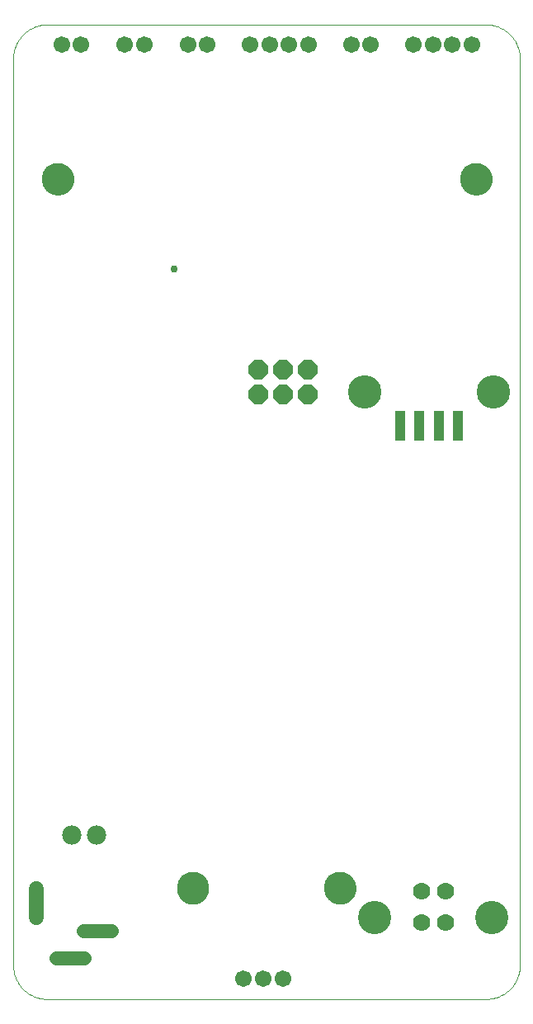
<source format=gbs>
G75*
%MOIN*%
%OFA0B0*%
%FSLAX25Y25*%
%IPPOS*%
%LPD*%
%AMOC8*
5,1,8,0,0,1.08239X$1,22.5*
%
%ADD10C,0.00394*%
%ADD11C,0.00000*%
%ADD12C,0.12998*%
%ADD13C,0.07000*%
%ADD14C,0.13400*%
%ADD15C,0.06699*%
%ADD16C,0.05912*%
%ADD17C,0.05550*%
%ADD18C,0.03000*%
%ADD19OC8,0.07800*%
%ADD20C,0.13500*%
%ADD21R,0.03943X0.12211*%
%ADD22C,0.07800*%
D10*
X0008956Y0012414D02*
X0008781Y0012826D01*
X0008606Y0013238D01*
X0008450Y0013660D01*
X0008181Y0014521D01*
X0008067Y0014961D01*
X0007975Y0015408D01*
X0007882Y0015856D01*
X0007812Y0016311D01*
X0007765Y0016773D01*
X0007718Y0017234D01*
X0007693Y0017703D01*
X0007693Y0384792D01*
X0007718Y0385260D01*
X0007812Y0386183D01*
X0007882Y0386639D01*
X0007975Y0387086D01*
X0008067Y0387533D01*
X0008181Y0387973D01*
X0008316Y0388404D01*
X0008450Y0388835D01*
X0008606Y0389257D01*
X0008781Y0389668D01*
X0008956Y0390080D01*
X0009150Y0390482D01*
X0009363Y0390872D01*
X0009576Y0391263D01*
X0009807Y0391642D01*
X0010055Y0392008D01*
X0010303Y0392375D01*
X0010569Y0392729D01*
X0010850Y0393070D01*
X0011131Y0393411D01*
X0011429Y0393738D01*
X0011741Y0394050D01*
X0012053Y0394362D01*
X0012380Y0394659D01*
X0012721Y0394941D01*
X0013061Y0395222D01*
X0013416Y0395488D01*
X0013782Y0395736D01*
X0014149Y0395984D01*
X0014528Y0396215D01*
X0014919Y0396428D01*
X0015309Y0396641D01*
X0015711Y0396835D01*
X0016122Y0397010D01*
X0016534Y0397185D01*
X0016956Y0397341D01*
X0017387Y0397475D01*
X0017818Y0397610D01*
X0018257Y0397724D01*
X0019152Y0397908D01*
X0019607Y0397979D01*
X0020069Y0398026D01*
X0020531Y0398073D01*
X0020999Y0398098D01*
X0199112Y0398098D01*
X0199580Y0398073D01*
X0200042Y0398026D01*
X0200504Y0397979D01*
X0200959Y0397908D01*
X0201854Y0397724D01*
X0202293Y0397610D01*
X0202724Y0397475D01*
X0203155Y0397341D01*
X0203577Y0397185D01*
X0203989Y0397010D01*
X0204400Y0396835D01*
X0204802Y0396641D01*
X0205192Y0396428D01*
X0205583Y0396215D01*
X0205962Y0395984D01*
X0206695Y0395488D01*
X0207050Y0395222D01*
X0207731Y0394659D01*
X0208058Y0394362D01*
X0208682Y0393738D01*
X0208980Y0393411D01*
X0209261Y0393070D01*
X0209542Y0392729D01*
X0209808Y0392375D01*
X0210056Y0392008D01*
X0210304Y0391642D01*
X0210535Y0391263D01*
X0210748Y0390872D01*
X0210961Y0390482D01*
X0211155Y0390080D01*
X0211330Y0389668D01*
X0211505Y0389257D01*
X0211661Y0388835D01*
X0211796Y0388404D01*
X0211930Y0387973D01*
X0212044Y0387533D01*
X0212136Y0387086D01*
X0212229Y0386639D01*
X0212299Y0386183D01*
X0212393Y0385260D01*
X0212418Y0384792D01*
X0212418Y0017676D01*
X0212418Y0017703D02*
X0212393Y0017234D01*
X0212346Y0016773D01*
X0212299Y0016311D01*
X0212229Y0015856D01*
X0212136Y0015408D01*
X0212044Y0014961D01*
X0211930Y0014521D01*
X0211796Y0014090D01*
X0211661Y0013660D01*
X0211505Y0013238D01*
X0211330Y0012826D01*
X0211155Y0012414D01*
X0210961Y0012013D01*
X0210748Y0011622D01*
X0210535Y0011232D01*
X0210304Y0010853D01*
X0210056Y0010486D01*
X0209808Y0010119D01*
X0209542Y0009765D01*
X0209261Y0009424D01*
X0208980Y0009084D01*
X0208682Y0008757D01*
X0208058Y0008132D01*
X0207731Y0007835D01*
X0207390Y0007554D01*
X0207050Y0007272D01*
X0206695Y0007007D01*
X0206329Y0006758D01*
X0205962Y0006510D01*
X0205583Y0006279D01*
X0205192Y0006066D01*
X0204802Y0005853D01*
X0204400Y0005659D01*
X0203989Y0005484D01*
X0203577Y0005309D01*
X0203155Y0005154D01*
X0202724Y0005019D01*
X0202293Y0004884D01*
X0201854Y0004770D01*
X0200959Y0004586D01*
X0200504Y0004516D01*
X0200042Y0004468D01*
X0199580Y0004421D01*
X0199112Y0004397D01*
X0020999Y0004397D01*
X0020531Y0004421D01*
X0020069Y0004468D01*
X0019607Y0004516D01*
X0019152Y0004586D01*
X0018257Y0004770D01*
X0017818Y0004884D01*
X0017387Y0005019D01*
X0016956Y0005154D01*
X0016534Y0005309D01*
X0016122Y0005484D01*
X0015711Y0005659D01*
X0015309Y0005853D01*
X0014919Y0006066D01*
X0014528Y0006279D01*
X0014149Y0006510D01*
X0013782Y0006758D01*
X0013416Y0007007D01*
X0013061Y0007272D01*
X0012721Y0007554D01*
X0012380Y0007835D01*
X0012053Y0008132D01*
X0011741Y0008445D01*
X0011429Y0008757D01*
X0011131Y0009084D01*
X0010850Y0009424D01*
X0010569Y0009765D01*
X0010303Y0010119D01*
X0010055Y0010486D01*
X0009807Y0010853D01*
X0009576Y0011232D01*
X0009363Y0011622D01*
X0009150Y0012013D01*
X0008956Y0012414D01*
D11*
X0073901Y0049200D02*
X0073903Y0049358D01*
X0073909Y0049516D01*
X0073919Y0049674D01*
X0073933Y0049832D01*
X0073951Y0049989D01*
X0073972Y0050146D01*
X0073998Y0050302D01*
X0074028Y0050458D01*
X0074061Y0050613D01*
X0074099Y0050766D01*
X0074140Y0050919D01*
X0074185Y0051071D01*
X0074234Y0051222D01*
X0074287Y0051371D01*
X0074343Y0051519D01*
X0074403Y0051665D01*
X0074467Y0051810D01*
X0074535Y0051953D01*
X0074606Y0052095D01*
X0074680Y0052235D01*
X0074758Y0052372D01*
X0074840Y0052508D01*
X0074924Y0052642D01*
X0075013Y0052773D01*
X0075104Y0052902D01*
X0075199Y0053029D01*
X0075296Y0053154D01*
X0075397Y0053276D01*
X0075501Y0053395D01*
X0075608Y0053512D01*
X0075718Y0053626D01*
X0075831Y0053737D01*
X0075946Y0053846D01*
X0076064Y0053951D01*
X0076185Y0054053D01*
X0076308Y0054153D01*
X0076434Y0054249D01*
X0076562Y0054342D01*
X0076692Y0054432D01*
X0076825Y0054518D01*
X0076960Y0054602D01*
X0077096Y0054681D01*
X0077235Y0054758D01*
X0077376Y0054830D01*
X0077518Y0054900D01*
X0077662Y0054965D01*
X0077808Y0055027D01*
X0077955Y0055085D01*
X0078104Y0055140D01*
X0078254Y0055191D01*
X0078405Y0055238D01*
X0078557Y0055281D01*
X0078710Y0055320D01*
X0078865Y0055356D01*
X0079020Y0055387D01*
X0079176Y0055415D01*
X0079332Y0055439D01*
X0079489Y0055459D01*
X0079647Y0055475D01*
X0079804Y0055487D01*
X0079963Y0055495D01*
X0080121Y0055499D01*
X0080279Y0055499D01*
X0080437Y0055495D01*
X0080596Y0055487D01*
X0080753Y0055475D01*
X0080911Y0055459D01*
X0081068Y0055439D01*
X0081224Y0055415D01*
X0081380Y0055387D01*
X0081535Y0055356D01*
X0081690Y0055320D01*
X0081843Y0055281D01*
X0081995Y0055238D01*
X0082146Y0055191D01*
X0082296Y0055140D01*
X0082445Y0055085D01*
X0082592Y0055027D01*
X0082738Y0054965D01*
X0082882Y0054900D01*
X0083024Y0054830D01*
X0083165Y0054758D01*
X0083304Y0054681D01*
X0083440Y0054602D01*
X0083575Y0054518D01*
X0083708Y0054432D01*
X0083838Y0054342D01*
X0083966Y0054249D01*
X0084092Y0054153D01*
X0084215Y0054053D01*
X0084336Y0053951D01*
X0084454Y0053846D01*
X0084569Y0053737D01*
X0084682Y0053626D01*
X0084792Y0053512D01*
X0084899Y0053395D01*
X0085003Y0053276D01*
X0085104Y0053154D01*
X0085201Y0053029D01*
X0085296Y0052902D01*
X0085387Y0052773D01*
X0085476Y0052642D01*
X0085560Y0052508D01*
X0085642Y0052372D01*
X0085720Y0052235D01*
X0085794Y0052095D01*
X0085865Y0051953D01*
X0085933Y0051810D01*
X0085997Y0051665D01*
X0086057Y0051519D01*
X0086113Y0051371D01*
X0086166Y0051222D01*
X0086215Y0051071D01*
X0086260Y0050919D01*
X0086301Y0050766D01*
X0086339Y0050613D01*
X0086372Y0050458D01*
X0086402Y0050302D01*
X0086428Y0050146D01*
X0086449Y0049989D01*
X0086467Y0049832D01*
X0086481Y0049674D01*
X0086491Y0049516D01*
X0086497Y0049358D01*
X0086499Y0049200D01*
X0086497Y0049042D01*
X0086491Y0048884D01*
X0086481Y0048726D01*
X0086467Y0048568D01*
X0086449Y0048411D01*
X0086428Y0048254D01*
X0086402Y0048098D01*
X0086372Y0047942D01*
X0086339Y0047787D01*
X0086301Y0047634D01*
X0086260Y0047481D01*
X0086215Y0047329D01*
X0086166Y0047178D01*
X0086113Y0047029D01*
X0086057Y0046881D01*
X0085997Y0046735D01*
X0085933Y0046590D01*
X0085865Y0046447D01*
X0085794Y0046305D01*
X0085720Y0046165D01*
X0085642Y0046028D01*
X0085560Y0045892D01*
X0085476Y0045758D01*
X0085387Y0045627D01*
X0085296Y0045498D01*
X0085201Y0045371D01*
X0085104Y0045246D01*
X0085003Y0045124D01*
X0084899Y0045005D01*
X0084792Y0044888D01*
X0084682Y0044774D01*
X0084569Y0044663D01*
X0084454Y0044554D01*
X0084336Y0044449D01*
X0084215Y0044347D01*
X0084092Y0044247D01*
X0083966Y0044151D01*
X0083838Y0044058D01*
X0083708Y0043968D01*
X0083575Y0043882D01*
X0083440Y0043798D01*
X0083304Y0043719D01*
X0083165Y0043642D01*
X0083024Y0043570D01*
X0082882Y0043500D01*
X0082738Y0043435D01*
X0082592Y0043373D01*
X0082445Y0043315D01*
X0082296Y0043260D01*
X0082146Y0043209D01*
X0081995Y0043162D01*
X0081843Y0043119D01*
X0081690Y0043080D01*
X0081535Y0043044D01*
X0081380Y0043013D01*
X0081224Y0042985D01*
X0081068Y0042961D01*
X0080911Y0042941D01*
X0080753Y0042925D01*
X0080596Y0042913D01*
X0080437Y0042905D01*
X0080279Y0042901D01*
X0080121Y0042901D01*
X0079963Y0042905D01*
X0079804Y0042913D01*
X0079647Y0042925D01*
X0079489Y0042941D01*
X0079332Y0042961D01*
X0079176Y0042985D01*
X0079020Y0043013D01*
X0078865Y0043044D01*
X0078710Y0043080D01*
X0078557Y0043119D01*
X0078405Y0043162D01*
X0078254Y0043209D01*
X0078104Y0043260D01*
X0077955Y0043315D01*
X0077808Y0043373D01*
X0077662Y0043435D01*
X0077518Y0043500D01*
X0077376Y0043570D01*
X0077235Y0043642D01*
X0077096Y0043719D01*
X0076960Y0043798D01*
X0076825Y0043882D01*
X0076692Y0043968D01*
X0076562Y0044058D01*
X0076434Y0044151D01*
X0076308Y0044247D01*
X0076185Y0044347D01*
X0076064Y0044449D01*
X0075946Y0044554D01*
X0075831Y0044663D01*
X0075718Y0044774D01*
X0075608Y0044888D01*
X0075501Y0045005D01*
X0075397Y0045124D01*
X0075296Y0045246D01*
X0075199Y0045371D01*
X0075104Y0045498D01*
X0075013Y0045627D01*
X0074924Y0045758D01*
X0074840Y0045892D01*
X0074758Y0046028D01*
X0074680Y0046165D01*
X0074606Y0046305D01*
X0074535Y0046447D01*
X0074467Y0046590D01*
X0074403Y0046735D01*
X0074343Y0046881D01*
X0074287Y0047029D01*
X0074234Y0047178D01*
X0074185Y0047329D01*
X0074140Y0047481D01*
X0074099Y0047634D01*
X0074061Y0047787D01*
X0074028Y0047942D01*
X0073998Y0048098D01*
X0073972Y0048254D01*
X0073951Y0048411D01*
X0073933Y0048568D01*
X0073919Y0048726D01*
X0073909Y0048884D01*
X0073903Y0049042D01*
X0073901Y0049200D01*
X0133401Y0049200D02*
X0133403Y0049358D01*
X0133409Y0049516D01*
X0133419Y0049674D01*
X0133433Y0049832D01*
X0133451Y0049989D01*
X0133472Y0050146D01*
X0133498Y0050302D01*
X0133528Y0050458D01*
X0133561Y0050613D01*
X0133599Y0050766D01*
X0133640Y0050919D01*
X0133685Y0051071D01*
X0133734Y0051222D01*
X0133787Y0051371D01*
X0133843Y0051519D01*
X0133903Y0051665D01*
X0133967Y0051810D01*
X0134035Y0051953D01*
X0134106Y0052095D01*
X0134180Y0052235D01*
X0134258Y0052372D01*
X0134340Y0052508D01*
X0134424Y0052642D01*
X0134513Y0052773D01*
X0134604Y0052902D01*
X0134699Y0053029D01*
X0134796Y0053154D01*
X0134897Y0053276D01*
X0135001Y0053395D01*
X0135108Y0053512D01*
X0135218Y0053626D01*
X0135331Y0053737D01*
X0135446Y0053846D01*
X0135564Y0053951D01*
X0135685Y0054053D01*
X0135808Y0054153D01*
X0135934Y0054249D01*
X0136062Y0054342D01*
X0136192Y0054432D01*
X0136325Y0054518D01*
X0136460Y0054602D01*
X0136596Y0054681D01*
X0136735Y0054758D01*
X0136876Y0054830D01*
X0137018Y0054900D01*
X0137162Y0054965D01*
X0137308Y0055027D01*
X0137455Y0055085D01*
X0137604Y0055140D01*
X0137754Y0055191D01*
X0137905Y0055238D01*
X0138057Y0055281D01*
X0138210Y0055320D01*
X0138365Y0055356D01*
X0138520Y0055387D01*
X0138676Y0055415D01*
X0138832Y0055439D01*
X0138989Y0055459D01*
X0139147Y0055475D01*
X0139304Y0055487D01*
X0139463Y0055495D01*
X0139621Y0055499D01*
X0139779Y0055499D01*
X0139937Y0055495D01*
X0140096Y0055487D01*
X0140253Y0055475D01*
X0140411Y0055459D01*
X0140568Y0055439D01*
X0140724Y0055415D01*
X0140880Y0055387D01*
X0141035Y0055356D01*
X0141190Y0055320D01*
X0141343Y0055281D01*
X0141495Y0055238D01*
X0141646Y0055191D01*
X0141796Y0055140D01*
X0141945Y0055085D01*
X0142092Y0055027D01*
X0142238Y0054965D01*
X0142382Y0054900D01*
X0142524Y0054830D01*
X0142665Y0054758D01*
X0142804Y0054681D01*
X0142940Y0054602D01*
X0143075Y0054518D01*
X0143208Y0054432D01*
X0143338Y0054342D01*
X0143466Y0054249D01*
X0143592Y0054153D01*
X0143715Y0054053D01*
X0143836Y0053951D01*
X0143954Y0053846D01*
X0144069Y0053737D01*
X0144182Y0053626D01*
X0144292Y0053512D01*
X0144399Y0053395D01*
X0144503Y0053276D01*
X0144604Y0053154D01*
X0144701Y0053029D01*
X0144796Y0052902D01*
X0144887Y0052773D01*
X0144976Y0052642D01*
X0145060Y0052508D01*
X0145142Y0052372D01*
X0145220Y0052235D01*
X0145294Y0052095D01*
X0145365Y0051953D01*
X0145433Y0051810D01*
X0145497Y0051665D01*
X0145557Y0051519D01*
X0145613Y0051371D01*
X0145666Y0051222D01*
X0145715Y0051071D01*
X0145760Y0050919D01*
X0145801Y0050766D01*
X0145839Y0050613D01*
X0145872Y0050458D01*
X0145902Y0050302D01*
X0145928Y0050146D01*
X0145949Y0049989D01*
X0145967Y0049832D01*
X0145981Y0049674D01*
X0145991Y0049516D01*
X0145997Y0049358D01*
X0145999Y0049200D01*
X0145997Y0049042D01*
X0145991Y0048884D01*
X0145981Y0048726D01*
X0145967Y0048568D01*
X0145949Y0048411D01*
X0145928Y0048254D01*
X0145902Y0048098D01*
X0145872Y0047942D01*
X0145839Y0047787D01*
X0145801Y0047634D01*
X0145760Y0047481D01*
X0145715Y0047329D01*
X0145666Y0047178D01*
X0145613Y0047029D01*
X0145557Y0046881D01*
X0145497Y0046735D01*
X0145433Y0046590D01*
X0145365Y0046447D01*
X0145294Y0046305D01*
X0145220Y0046165D01*
X0145142Y0046028D01*
X0145060Y0045892D01*
X0144976Y0045758D01*
X0144887Y0045627D01*
X0144796Y0045498D01*
X0144701Y0045371D01*
X0144604Y0045246D01*
X0144503Y0045124D01*
X0144399Y0045005D01*
X0144292Y0044888D01*
X0144182Y0044774D01*
X0144069Y0044663D01*
X0143954Y0044554D01*
X0143836Y0044449D01*
X0143715Y0044347D01*
X0143592Y0044247D01*
X0143466Y0044151D01*
X0143338Y0044058D01*
X0143208Y0043968D01*
X0143075Y0043882D01*
X0142940Y0043798D01*
X0142804Y0043719D01*
X0142665Y0043642D01*
X0142524Y0043570D01*
X0142382Y0043500D01*
X0142238Y0043435D01*
X0142092Y0043373D01*
X0141945Y0043315D01*
X0141796Y0043260D01*
X0141646Y0043209D01*
X0141495Y0043162D01*
X0141343Y0043119D01*
X0141190Y0043080D01*
X0141035Y0043044D01*
X0140880Y0043013D01*
X0140724Y0042985D01*
X0140568Y0042961D01*
X0140411Y0042941D01*
X0140253Y0042925D01*
X0140096Y0042913D01*
X0139937Y0042905D01*
X0139779Y0042901D01*
X0139621Y0042901D01*
X0139463Y0042905D01*
X0139304Y0042913D01*
X0139147Y0042925D01*
X0138989Y0042941D01*
X0138832Y0042961D01*
X0138676Y0042985D01*
X0138520Y0043013D01*
X0138365Y0043044D01*
X0138210Y0043080D01*
X0138057Y0043119D01*
X0137905Y0043162D01*
X0137754Y0043209D01*
X0137604Y0043260D01*
X0137455Y0043315D01*
X0137308Y0043373D01*
X0137162Y0043435D01*
X0137018Y0043500D01*
X0136876Y0043570D01*
X0136735Y0043642D01*
X0136596Y0043719D01*
X0136460Y0043798D01*
X0136325Y0043882D01*
X0136192Y0043968D01*
X0136062Y0044058D01*
X0135934Y0044151D01*
X0135808Y0044247D01*
X0135685Y0044347D01*
X0135564Y0044449D01*
X0135446Y0044554D01*
X0135331Y0044663D01*
X0135218Y0044774D01*
X0135108Y0044888D01*
X0135001Y0045005D01*
X0134897Y0045124D01*
X0134796Y0045246D01*
X0134699Y0045371D01*
X0134604Y0045498D01*
X0134513Y0045627D01*
X0134424Y0045758D01*
X0134340Y0045892D01*
X0134258Y0046028D01*
X0134180Y0046165D01*
X0134106Y0046305D01*
X0134035Y0046447D01*
X0133967Y0046590D01*
X0133903Y0046735D01*
X0133843Y0046881D01*
X0133787Y0047029D01*
X0133734Y0047178D01*
X0133685Y0047329D01*
X0133640Y0047481D01*
X0133599Y0047634D01*
X0133561Y0047787D01*
X0133528Y0047942D01*
X0133498Y0048098D01*
X0133472Y0048254D01*
X0133451Y0048411D01*
X0133433Y0048568D01*
X0133419Y0048726D01*
X0133409Y0048884D01*
X0133403Y0049042D01*
X0133401Y0049200D01*
X0188401Y0335700D02*
X0188403Y0335858D01*
X0188409Y0336016D01*
X0188419Y0336174D01*
X0188433Y0336332D01*
X0188451Y0336489D01*
X0188472Y0336646D01*
X0188498Y0336802D01*
X0188528Y0336958D01*
X0188561Y0337113D01*
X0188599Y0337266D01*
X0188640Y0337419D01*
X0188685Y0337571D01*
X0188734Y0337722D01*
X0188787Y0337871D01*
X0188843Y0338019D01*
X0188903Y0338165D01*
X0188967Y0338310D01*
X0189035Y0338453D01*
X0189106Y0338595D01*
X0189180Y0338735D01*
X0189258Y0338872D01*
X0189340Y0339008D01*
X0189424Y0339142D01*
X0189513Y0339273D01*
X0189604Y0339402D01*
X0189699Y0339529D01*
X0189796Y0339654D01*
X0189897Y0339776D01*
X0190001Y0339895D01*
X0190108Y0340012D01*
X0190218Y0340126D01*
X0190331Y0340237D01*
X0190446Y0340346D01*
X0190564Y0340451D01*
X0190685Y0340553D01*
X0190808Y0340653D01*
X0190934Y0340749D01*
X0191062Y0340842D01*
X0191192Y0340932D01*
X0191325Y0341018D01*
X0191460Y0341102D01*
X0191596Y0341181D01*
X0191735Y0341258D01*
X0191876Y0341330D01*
X0192018Y0341400D01*
X0192162Y0341465D01*
X0192308Y0341527D01*
X0192455Y0341585D01*
X0192604Y0341640D01*
X0192754Y0341691D01*
X0192905Y0341738D01*
X0193057Y0341781D01*
X0193210Y0341820D01*
X0193365Y0341856D01*
X0193520Y0341887D01*
X0193676Y0341915D01*
X0193832Y0341939D01*
X0193989Y0341959D01*
X0194147Y0341975D01*
X0194304Y0341987D01*
X0194463Y0341995D01*
X0194621Y0341999D01*
X0194779Y0341999D01*
X0194937Y0341995D01*
X0195096Y0341987D01*
X0195253Y0341975D01*
X0195411Y0341959D01*
X0195568Y0341939D01*
X0195724Y0341915D01*
X0195880Y0341887D01*
X0196035Y0341856D01*
X0196190Y0341820D01*
X0196343Y0341781D01*
X0196495Y0341738D01*
X0196646Y0341691D01*
X0196796Y0341640D01*
X0196945Y0341585D01*
X0197092Y0341527D01*
X0197238Y0341465D01*
X0197382Y0341400D01*
X0197524Y0341330D01*
X0197665Y0341258D01*
X0197804Y0341181D01*
X0197940Y0341102D01*
X0198075Y0341018D01*
X0198208Y0340932D01*
X0198338Y0340842D01*
X0198466Y0340749D01*
X0198592Y0340653D01*
X0198715Y0340553D01*
X0198836Y0340451D01*
X0198954Y0340346D01*
X0199069Y0340237D01*
X0199182Y0340126D01*
X0199292Y0340012D01*
X0199399Y0339895D01*
X0199503Y0339776D01*
X0199604Y0339654D01*
X0199701Y0339529D01*
X0199796Y0339402D01*
X0199887Y0339273D01*
X0199976Y0339142D01*
X0200060Y0339008D01*
X0200142Y0338872D01*
X0200220Y0338735D01*
X0200294Y0338595D01*
X0200365Y0338453D01*
X0200433Y0338310D01*
X0200497Y0338165D01*
X0200557Y0338019D01*
X0200613Y0337871D01*
X0200666Y0337722D01*
X0200715Y0337571D01*
X0200760Y0337419D01*
X0200801Y0337266D01*
X0200839Y0337113D01*
X0200872Y0336958D01*
X0200902Y0336802D01*
X0200928Y0336646D01*
X0200949Y0336489D01*
X0200967Y0336332D01*
X0200981Y0336174D01*
X0200991Y0336016D01*
X0200997Y0335858D01*
X0200999Y0335700D01*
X0200997Y0335542D01*
X0200991Y0335384D01*
X0200981Y0335226D01*
X0200967Y0335068D01*
X0200949Y0334911D01*
X0200928Y0334754D01*
X0200902Y0334598D01*
X0200872Y0334442D01*
X0200839Y0334287D01*
X0200801Y0334134D01*
X0200760Y0333981D01*
X0200715Y0333829D01*
X0200666Y0333678D01*
X0200613Y0333529D01*
X0200557Y0333381D01*
X0200497Y0333235D01*
X0200433Y0333090D01*
X0200365Y0332947D01*
X0200294Y0332805D01*
X0200220Y0332665D01*
X0200142Y0332528D01*
X0200060Y0332392D01*
X0199976Y0332258D01*
X0199887Y0332127D01*
X0199796Y0331998D01*
X0199701Y0331871D01*
X0199604Y0331746D01*
X0199503Y0331624D01*
X0199399Y0331505D01*
X0199292Y0331388D01*
X0199182Y0331274D01*
X0199069Y0331163D01*
X0198954Y0331054D01*
X0198836Y0330949D01*
X0198715Y0330847D01*
X0198592Y0330747D01*
X0198466Y0330651D01*
X0198338Y0330558D01*
X0198208Y0330468D01*
X0198075Y0330382D01*
X0197940Y0330298D01*
X0197804Y0330219D01*
X0197665Y0330142D01*
X0197524Y0330070D01*
X0197382Y0330000D01*
X0197238Y0329935D01*
X0197092Y0329873D01*
X0196945Y0329815D01*
X0196796Y0329760D01*
X0196646Y0329709D01*
X0196495Y0329662D01*
X0196343Y0329619D01*
X0196190Y0329580D01*
X0196035Y0329544D01*
X0195880Y0329513D01*
X0195724Y0329485D01*
X0195568Y0329461D01*
X0195411Y0329441D01*
X0195253Y0329425D01*
X0195096Y0329413D01*
X0194937Y0329405D01*
X0194779Y0329401D01*
X0194621Y0329401D01*
X0194463Y0329405D01*
X0194304Y0329413D01*
X0194147Y0329425D01*
X0193989Y0329441D01*
X0193832Y0329461D01*
X0193676Y0329485D01*
X0193520Y0329513D01*
X0193365Y0329544D01*
X0193210Y0329580D01*
X0193057Y0329619D01*
X0192905Y0329662D01*
X0192754Y0329709D01*
X0192604Y0329760D01*
X0192455Y0329815D01*
X0192308Y0329873D01*
X0192162Y0329935D01*
X0192018Y0330000D01*
X0191876Y0330070D01*
X0191735Y0330142D01*
X0191596Y0330219D01*
X0191460Y0330298D01*
X0191325Y0330382D01*
X0191192Y0330468D01*
X0191062Y0330558D01*
X0190934Y0330651D01*
X0190808Y0330747D01*
X0190685Y0330847D01*
X0190564Y0330949D01*
X0190446Y0331054D01*
X0190331Y0331163D01*
X0190218Y0331274D01*
X0190108Y0331388D01*
X0190001Y0331505D01*
X0189897Y0331624D01*
X0189796Y0331746D01*
X0189699Y0331871D01*
X0189604Y0331998D01*
X0189513Y0332127D01*
X0189424Y0332258D01*
X0189340Y0332392D01*
X0189258Y0332528D01*
X0189180Y0332665D01*
X0189106Y0332805D01*
X0189035Y0332947D01*
X0188967Y0333090D01*
X0188903Y0333235D01*
X0188843Y0333381D01*
X0188787Y0333529D01*
X0188734Y0333678D01*
X0188685Y0333829D01*
X0188640Y0333981D01*
X0188599Y0334134D01*
X0188561Y0334287D01*
X0188528Y0334442D01*
X0188498Y0334598D01*
X0188472Y0334754D01*
X0188451Y0334911D01*
X0188433Y0335068D01*
X0188419Y0335226D01*
X0188409Y0335384D01*
X0188403Y0335542D01*
X0188401Y0335700D01*
X0019401Y0335700D02*
X0019403Y0335858D01*
X0019409Y0336016D01*
X0019419Y0336174D01*
X0019433Y0336332D01*
X0019451Y0336489D01*
X0019472Y0336646D01*
X0019498Y0336802D01*
X0019528Y0336958D01*
X0019561Y0337113D01*
X0019599Y0337266D01*
X0019640Y0337419D01*
X0019685Y0337571D01*
X0019734Y0337722D01*
X0019787Y0337871D01*
X0019843Y0338019D01*
X0019903Y0338165D01*
X0019967Y0338310D01*
X0020035Y0338453D01*
X0020106Y0338595D01*
X0020180Y0338735D01*
X0020258Y0338872D01*
X0020340Y0339008D01*
X0020424Y0339142D01*
X0020513Y0339273D01*
X0020604Y0339402D01*
X0020699Y0339529D01*
X0020796Y0339654D01*
X0020897Y0339776D01*
X0021001Y0339895D01*
X0021108Y0340012D01*
X0021218Y0340126D01*
X0021331Y0340237D01*
X0021446Y0340346D01*
X0021564Y0340451D01*
X0021685Y0340553D01*
X0021808Y0340653D01*
X0021934Y0340749D01*
X0022062Y0340842D01*
X0022192Y0340932D01*
X0022325Y0341018D01*
X0022460Y0341102D01*
X0022596Y0341181D01*
X0022735Y0341258D01*
X0022876Y0341330D01*
X0023018Y0341400D01*
X0023162Y0341465D01*
X0023308Y0341527D01*
X0023455Y0341585D01*
X0023604Y0341640D01*
X0023754Y0341691D01*
X0023905Y0341738D01*
X0024057Y0341781D01*
X0024210Y0341820D01*
X0024365Y0341856D01*
X0024520Y0341887D01*
X0024676Y0341915D01*
X0024832Y0341939D01*
X0024989Y0341959D01*
X0025147Y0341975D01*
X0025304Y0341987D01*
X0025463Y0341995D01*
X0025621Y0341999D01*
X0025779Y0341999D01*
X0025937Y0341995D01*
X0026096Y0341987D01*
X0026253Y0341975D01*
X0026411Y0341959D01*
X0026568Y0341939D01*
X0026724Y0341915D01*
X0026880Y0341887D01*
X0027035Y0341856D01*
X0027190Y0341820D01*
X0027343Y0341781D01*
X0027495Y0341738D01*
X0027646Y0341691D01*
X0027796Y0341640D01*
X0027945Y0341585D01*
X0028092Y0341527D01*
X0028238Y0341465D01*
X0028382Y0341400D01*
X0028524Y0341330D01*
X0028665Y0341258D01*
X0028804Y0341181D01*
X0028940Y0341102D01*
X0029075Y0341018D01*
X0029208Y0340932D01*
X0029338Y0340842D01*
X0029466Y0340749D01*
X0029592Y0340653D01*
X0029715Y0340553D01*
X0029836Y0340451D01*
X0029954Y0340346D01*
X0030069Y0340237D01*
X0030182Y0340126D01*
X0030292Y0340012D01*
X0030399Y0339895D01*
X0030503Y0339776D01*
X0030604Y0339654D01*
X0030701Y0339529D01*
X0030796Y0339402D01*
X0030887Y0339273D01*
X0030976Y0339142D01*
X0031060Y0339008D01*
X0031142Y0338872D01*
X0031220Y0338735D01*
X0031294Y0338595D01*
X0031365Y0338453D01*
X0031433Y0338310D01*
X0031497Y0338165D01*
X0031557Y0338019D01*
X0031613Y0337871D01*
X0031666Y0337722D01*
X0031715Y0337571D01*
X0031760Y0337419D01*
X0031801Y0337266D01*
X0031839Y0337113D01*
X0031872Y0336958D01*
X0031902Y0336802D01*
X0031928Y0336646D01*
X0031949Y0336489D01*
X0031967Y0336332D01*
X0031981Y0336174D01*
X0031991Y0336016D01*
X0031997Y0335858D01*
X0031999Y0335700D01*
X0031997Y0335542D01*
X0031991Y0335384D01*
X0031981Y0335226D01*
X0031967Y0335068D01*
X0031949Y0334911D01*
X0031928Y0334754D01*
X0031902Y0334598D01*
X0031872Y0334442D01*
X0031839Y0334287D01*
X0031801Y0334134D01*
X0031760Y0333981D01*
X0031715Y0333829D01*
X0031666Y0333678D01*
X0031613Y0333529D01*
X0031557Y0333381D01*
X0031497Y0333235D01*
X0031433Y0333090D01*
X0031365Y0332947D01*
X0031294Y0332805D01*
X0031220Y0332665D01*
X0031142Y0332528D01*
X0031060Y0332392D01*
X0030976Y0332258D01*
X0030887Y0332127D01*
X0030796Y0331998D01*
X0030701Y0331871D01*
X0030604Y0331746D01*
X0030503Y0331624D01*
X0030399Y0331505D01*
X0030292Y0331388D01*
X0030182Y0331274D01*
X0030069Y0331163D01*
X0029954Y0331054D01*
X0029836Y0330949D01*
X0029715Y0330847D01*
X0029592Y0330747D01*
X0029466Y0330651D01*
X0029338Y0330558D01*
X0029208Y0330468D01*
X0029075Y0330382D01*
X0028940Y0330298D01*
X0028804Y0330219D01*
X0028665Y0330142D01*
X0028524Y0330070D01*
X0028382Y0330000D01*
X0028238Y0329935D01*
X0028092Y0329873D01*
X0027945Y0329815D01*
X0027796Y0329760D01*
X0027646Y0329709D01*
X0027495Y0329662D01*
X0027343Y0329619D01*
X0027190Y0329580D01*
X0027035Y0329544D01*
X0026880Y0329513D01*
X0026724Y0329485D01*
X0026568Y0329461D01*
X0026411Y0329441D01*
X0026253Y0329425D01*
X0026096Y0329413D01*
X0025937Y0329405D01*
X0025779Y0329401D01*
X0025621Y0329401D01*
X0025463Y0329405D01*
X0025304Y0329413D01*
X0025147Y0329425D01*
X0024989Y0329441D01*
X0024832Y0329461D01*
X0024676Y0329485D01*
X0024520Y0329513D01*
X0024365Y0329544D01*
X0024210Y0329580D01*
X0024057Y0329619D01*
X0023905Y0329662D01*
X0023754Y0329709D01*
X0023604Y0329760D01*
X0023455Y0329815D01*
X0023308Y0329873D01*
X0023162Y0329935D01*
X0023018Y0330000D01*
X0022876Y0330070D01*
X0022735Y0330142D01*
X0022596Y0330219D01*
X0022460Y0330298D01*
X0022325Y0330382D01*
X0022192Y0330468D01*
X0022062Y0330558D01*
X0021934Y0330651D01*
X0021808Y0330747D01*
X0021685Y0330847D01*
X0021564Y0330949D01*
X0021446Y0331054D01*
X0021331Y0331163D01*
X0021218Y0331274D01*
X0021108Y0331388D01*
X0021001Y0331505D01*
X0020897Y0331624D01*
X0020796Y0331746D01*
X0020699Y0331871D01*
X0020604Y0331998D01*
X0020513Y0332127D01*
X0020424Y0332258D01*
X0020340Y0332392D01*
X0020258Y0332528D01*
X0020180Y0332665D01*
X0020106Y0332805D01*
X0020035Y0332947D01*
X0019967Y0333090D01*
X0019903Y0333235D01*
X0019843Y0333381D01*
X0019787Y0333529D01*
X0019734Y0333678D01*
X0019685Y0333829D01*
X0019640Y0333981D01*
X0019599Y0334134D01*
X0019561Y0334287D01*
X0019528Y0334442D01*
X0019498Y0334598D01*
X0019472Y0334754D01*
X0019451Y0334911D01*
X0019433Y0335068D01*
X0019419Y0335226D01*
X0019409Y0335384D01*
X0019403Y0335542D01*
X0019401Y0335700D01*
D12*
X0025700Y0335700D03*
X0080200Y0049200D03*
X0139700Y0049200D03*
X0194700Y0335700D03*
D13*
X0182500Y0048100D03*
X0182500Y0035500D03*
X0172700Y0035500D03*
X0172700Y0048100D03*
D14*
X0153700Y0037500D03*
X0201100Y0037500D03*
D15*
X0116574Y0012535D03*
X0108700Y0012535D03*
X0100826Y0012535D03*
X0103389Y0389865D03*
X0111263Y0389865D03*
X0119137Y0389865D03*
X0127011Y0389865D03*
X0144263Y0389865D03*
X0152137Y0389865D03*
X0169389Y0389865D03*
X0177263Y0389865D03*
X0185137Y0389865D03*
X0193011Y0389865D03*
X0086137Y0389865D03*
X0078263Y0389865D03*
X0060637Y0389865D03*
X0052763Y0389865D03*
X0035137Y0389865D03*
X0027263Y0389865D03*
D16*
X0016909Y0049106D02*
X0016909Y0043594D01*
X0016909Y0042806D02*
X0016909Y0037294D01*
D17*
X0024964Y0021153D02*
X0030113Y0021153D01*
X0031263Y0021153D02*
X0036413Y0021153D01*
X0035987Y0032176D02*
X0041137Y0032176D01*
X0042287Y0032176D02*
X0047436Y0032176D01*
D18*
X0072700Y0299200D03*
D19*
X0106700Y0258700D03*
X0106700Y0248700D03*
X0116700Y0248700D03*
X0116700Y0258700D03*
X0126700Y0258700D03*
X0126700Y0248700D03*
D20*
X0149850Y0249700D03*
X0201550Y0249700D03*
D21*
X0187511Y0236117D03*
X0179637Y0236117D03*
X0171763Y0236117D03*
X0163889Y0236117D03*
D22*
X0041200Y0070700D03*
X0031200Y0070700D03*
M02*

</source>
